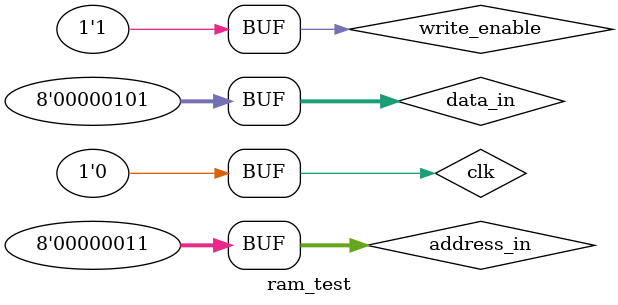
<source format=v>
`timescale 1ns / 1ps


module ram_test;

	// Inputs
	reg clk;
	reg [7:0] data_in;
	reg [7:0] address_in;
	reg write_enable;

	// Outputs
	wire [7:0] data_out;

	// Instantiate the Unit Under Test (UUT)
	ram uut (
		.clk(clk), 
		.data_in(data_in), 
		.address_in(address_in), 
		.data_out(data_out), 
		.write_enable(write_enable)
	);

	initial begin
		// Initialize Inputs
		clk = 0;
		data_in = 0;
		address_in = 0;
		write_enable = 0;

		// Wait 100 ns for global reset to finish
		#100;
      clk = 1;
		address_in = 20;		
		#100;
		clk = 0;
		write_enable = 1;
		address_in = 8;
		data_in = 5;
		#100;
		clk = 1;
		address_in = 6;
		#100;
		clk = 0;
		address_in = 3;
		// Add stimulus here

	end
      
endmodule


</source>
